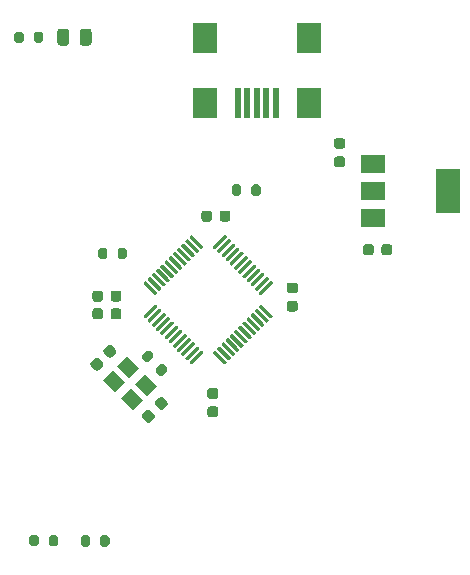
<source format=gbr>
%TF.GenerationSoftware,KiCad,Pcbnew,(5.1.10)-1*%
%TF.CreationDate,2021-07-29T02:28:10+01:00*%
%TF.ProjectId,STM32_MSB,53544d33-325f-44d5-9342-2e6b69636164,rev?*%
%TF.SameCoordinates,Original*%
%TF.FileFunction,Paste,Top*%
%TF.FilePolarity,Positive*%
%FSLAX46Y46*%
G04 Gerber Fmt 4.6, Leading zero omitted, Abs format (unit mm)*
G04 Created by KiCad (PCBNEW (5.1.10)-1) date 2021-07-29 02:28:10*
%MOMM*%
%LPD*%
G01*
G04 APERTURE LIST*
%ADD10R,2.000000X2.500000*%
%ADD11R,0.500000X2.500000*%
%ADD12R,2.000000X3.800000*%
%ADD13R,2.000000X1.500000*%
%ADD14C,0.100000*%
G04 APERTURE END LIST*
D10*
%TO.C,J1*%
X52400000Y-18600000D03*
X43600000Y-18600000D03*
X52400000Y-24100000D03*
X43600000Y-24100000D03*
D11*
X49600000Y-24100000D03*
X48800000Y-24100000D03*
X48000000Y-24100000D03*
X47200000Y-24100000D03*
X46400000Y-24100000D03*
%TD*%
%TO.C,C1*%
G36*
G01*
X55250000Y-29500000D02*
X54750000Y-29500000D01*
G75*
G02*
X54525000Y-29275000I0J225000D01*
G01*
X54525000Y-28825000D01*
G75*
G02*
X54750000Y-28600000I225000J0D01*
G01*
X55250000Y-28600000D01*
G75*
G02*
X55475000Y-28825000I0J-225000D01*
G01*
X55475000Y-29275000D01*
G75*
G02*
X55250000Y-29500000I-225000J0D01*
G01*
G37*
G36*
G01*
X55250000Y-27950000D02*
X54750000Y-27950000D01*
G75*
G02*
X54525000Y-27725000I0J225000D01*
G01*
X54525000Y-27275000D01*
G75*
G02*
X54750000Y-27050000I225000J0D01*
G01*
X55250000Y-27050000D01*
G75*
G02*
X55475000Y-27275000I0J-225000D01*
G01*
X55475000Y-27725000D01*
G75*
G02*
X55250000Y-27950000I-225000J0D01*
G01*
G37*
%TD*%
%TO.C,C2*%
G36*
G01*
X58550000Y-36750000D02*
X58550000Y-36250000D01*
G75*
G02*
X58775000Y-36025000I225000J0D01*
G01*
X59225000Y-36025000D01*
G75*
G02*
X59450000Y-36250000I0J-225000D01*
G01*
X59450000Y-36750000D01*
G75*
G02*
X59225000Y-36975000I-225000J0D01*
G01*
X58775000Y-36975000D01*
G75*
G02*
X58550000Y-36750000I0J225000D01*
G01*
G37*
G36*
G01*
X57000000Y-36750000D02*
X57000000Y-36250000D01*
G75*
G02*
X57225000Y-36025000I225000J0D01*
G01*
X57675000Y-36025000D01*
G75*
G02*
X57900000Y-36250000I0J-225000D01*
G01*
X57900000Y-36750000D01*
G75*
G02*
X57675000Y-36975000I-225000J0D01*
G01*
X57225000Y-36975000D01*
G75*
G02*
X57000000Y-36750000I0J225000D01*
G01*
G37*
%TD*%
%TO.C,C3*%
G36*
G01*
X34975000Y-40175000D02*
X34975000Y-40675000D01*
G75*
G02*
X34750000Y-40900000I-225000J0D01*
G01*
X34300000Y-40900000D01*
G75*
G02*
X34075000Y-40675000I0J225000D01*
G01*
X34075000Y-40175000D01*
G75*
G02*
X34300000Y-39950000I225000J0D01*
G01*
X34750000Y-39950000D01*
G75*
G02*
X34975000Y-40175000I0J-225000D01*
G01*
G37*
G36*
G01*
X36525000Y-40175000D02*
X36525000Y-40675000D01*
G75*
G02*
X36300000Y-40900000I-225000J0D01*
G01*
X35850000Y-40900000D01*
G75*
G02*
X35625000Y-40675000I0J225000D01*
G01*
X35625000Y-40175000D01*
G75*
G02*
X35850000Y-39950000I225000J0D01*
G01*
X36300000Y-39950000D01*
G75*
G02*
X36525000Y-40175000I0J-225000D01*
G01*
G37*
%TD*%
%TO.C,C4*%
G36*
G01*
X36525000Y-41675000D02*
X36525000Y-42175000D01*
G75*
G02*
X36300000Y-42400000I-225000J0D01*
G01*
X35850000Y-42400000D01*
G75*
G02*
X35625000Y-42175000I0J225000D01*
G01*
X35625000Y-41675000D01*
G75*
G02*
X35850000Y-41450000I225000J0D01*
G01*
X36300000Y-41450000D01*
G75*
G02*
X36525000Y-41675000I0J-225000D01*
G01*
G37*
G36*
G01*
X34975000Y-41675000D02*
X34975000Y-42175000D01*
G75*
G02*
X34750000Y-42400000I-225000J0D01*
G01*
X34300000Y-42400000D01*
G75*
G02*
X34075000Y-42175000I0J225000D01*
G01*
X34075000Y-41675000D01*
G75*
G02*
X34300000Y-41450000I225000J0D01*
G01*
X34750000Y-41450000D01*
G75*
G02*
X34975000Y-41675000I0J-225000D01*
G01*
G37*
%TD*%
%TO.C,C5*%
G36*
G01*
X51250000Y-40175000D02*
X50750000Y-40175000D01*
G75*
G02*
X50525000Y-39950000I0J225000D01*
G01*
X50525000Y-39500000D01*
G75*
G02*
X50750000Y-39275000I225000J0D01*
G01*
X51250000Y-39275000D01*
G75*
G02*
X51475000Y-39500000I0J-225000D01*
G01*
X51475000Y-39950000D01*
G75*
G02*
X51250000Y-40175000I-225000J0D01*
G01*
G37*
G36*
G01*
X51250000Y-41725000D02*
X50750000Y-41725000D01*
G75*
G02*
X50525000Y-41500000I0J225000D01*
G01*
X50525000Y-41050000D01*
G75*
G02*
X50750000Y-40825000I225000J0D01*
G01*
X51250000Y-40825000D01*
G75*
G02*
X51475000Y-41050000I0J-225000D01*
G01*
X51475000Y-41500000D01*
G75*
G02*
X51250000Y-41725000I-225000J0D01*
G01*
G37*
%TD*%
%TO.C,C6*%
G36*
G01*
X45751200Y-33405000D02*
X45751200Y-33905000D01*
G75*
G02*
X45526200Y-34130000I-225000J0D01*
G01*
X45076200Y-34130000D01*
G75*
G02*
X44851200Y-33905000I0J225000D01*
G01*
X44851200Y-33405000D01*
G75*
G02*
X45076200Y-33180000I225000J0D01*
G01*
X45526200Y-33180000D01*
G75*
G02*
X45751200Y-33405000I0J-225000D01*
G01*
G37*
G36*
G01*
X44201200Y-33405000D02*
X44201200Y-33905000D01*
G75*
G02*
X43976200Y-34130000I-225000J0D01*
G01*
X43526200Y-34130000D01*
G75*
G02*
X43301200Y-33905000I0J225000D01*
G01*
X43301200Y-33405000D01*
G75*
G02*
X43526200Y-33180000I225000J0D01*
G01*
X43976200Y-33180000D01*
G75*
G02*
X44201200Y-33405000I0J-225000D01*
G01*
G37*
%TD*%
%TO.C,C7*%
G36*
G01*
X44022200Y-49765800D02*
X44522200Y-49765800D01*
G75*
G02*
X44747200Y-49990800I0J-225000D01*
G01*
X44747200Y-50440800D01*
G75*
G02*
X44522200Y-50665800I-225000J0D01*
G01*
X44022200Y-50665800D01*
G75*
G02*
X43797200Y-50440800I0J225000D01*
G01*
X43797200Y-49990800D01*
G75*
G02*
X44022200Y-49765800I225000J0D01*
G01*
G37*
G36*
G01*
X44022200Y-48215800D02*
X44522200Y-48215800D01*
G75*
G02*
X44747200Y-48440800I0J-225000D01*
G01*
X44747200Y-48890800D01*
G75*
G02*
X44522200Y-49115800I-225000J0D01*
G01*
X44022200Y-49115800D01*
G75*
G02*
X43797200Y-48890800I0J225000D01*
G01*
X43797200Y-48440800D01*
G75*
G02*
X44022200Y-48215800I225000J0D01*
G01*
G37*
%TD*%
%TO.C,C8*%
G36*
G01*
X34311771Y-46686783D02*
X33958217Y-46333229D01*
G75*
G02*
X33958217Y-46015031I159099J159099D01*
G01*
X34276415Y-45696833D01*
G75*
G02*
X34594613Y-45696833I159099J-159099D01*
G01*
X34948167Y-46050387D01*
G75*
G02*
X34948167Y-46368585I-159099J-159099D01*
G01*
X34629969Y-46686783D01*
G75*
G02*
X34311771Y-46686783I-159099J159099D01*
G01*
G37*
G36*
G01*
X35407787Y-45590767D02*
X35054233Y-45237213D01*
G75*
G02*
X35054233Y-44919015I159099J159099D01*
G01*
X35372431Y-44600817D01*
G75*
G02*
X35690629Y-44600817I159099J-159099D01*
G01*
X36044183Y-44954371D01*
G75*
G02*
X36044183Y-45272569I-159099J-159099D01*
G01*
X35725985Y-45590767D01*
G75*
G02*
X35407787Y-45590767I-159099J159099D01*
G01*
G37*
%TD*%
%TO.C,C9*%
G36*
G01*
X38672911Y-51102624D02*
X38319357Y-50749070D01*
G75*
G02*
X38319357Y-50430872I159099J159099D01*
G01*
X38637555Y-50112674D01*
G75*
G02*
X38955753Y-50112674I159099J-159099D01*
G01*
X39309307Y-50466228D01*
G75*
G02*
X39309307Y-50784426I-159099J-159099D01*
G01*
X38991109Y-51102624D01*
G75*
G02*
X38672911Y-51102624I-159099J159099D01*
G01*
G37*
G36*
G01*
X39768927Y-50006608D02*
X39415373Y-49653054D01*
G75*
G02*
X39415373Y-49334856I159099J159099D01*
G01*
X39733571Y-49016658D01*
G75*
G02*
X40051769Y-49016658I159099J-159099D01*
G01*
X40405323Y-49370212D01*
G75*
G02*
X40405323Y-49688410I-159099J-159099D01*
G01*
X40087125Y-50006608D01*
G75*
G02*
X39768927Y-50006608I-159099J159099D01*
G01*
G37*
%TD*%
%TO.C,D1*%
G36*
G01*
X31100000Y-18975000D02*
X31100000Y-18025000D01*
G75*
G02*
X31350000Y-17775000I250000J0D01*
G01*
X31850000Y-17775000D01*
G75*
G02*
X32100000Y-18025000I0J-250000D01*
G01*
X32100000Y-18975000D01*
G75*
G02*
X31850000Y-19225000I-250000J0D01*
G01*
X31350000Y-19225000D01*
G75*
G02*
X31100000Y-18975000I0J250000D01*
G01*
G37*
G36*
G01*
X33000000Y-18975000D02*
X33000000Y-18025000D01*
G75*
G02*
X33250000Y-17775000I250000J0D01*
G01*
X33750000Y-17775000D01*
G75*
G02*
X34000000Y-18025000I0J-250000D01*
G01*
X34000000Y-18975000D01*
G75*
G02*
X33750000Y-19225000I-250000J0D01*
G01*
X33250000Y-19225000D01*
G75*
G02*
X33000000Y-18975000I0J250000D01*
G01*
G37*
%TD*%
%TO.C,R1*%
G36*
G01*
X47529800Y-31720200D02*
X47529800Y-31170200D01*
G75*
G02*
X47729800Y-30970200I200000J0D01*
G01*
X48129800Y-30970200D01*
G75*
G02*
X48329800Y-31170200I0J-200000D01*
G01*
X48329800Y-31720200D01*
G75*
G02*
X48129800Y-31920200I-200000J0D01*
G01*
X47729800Y-31920200D01*
G75*
G02*
X47529800Y-31720200I0J200000D01*
G01*
G37*
G36*
G01*
X45879800Y-31720200D02*
X45879800Y-31170200D01*
G75*
G02*
X46079800Y-30970200I200000J0D01*
G01*
X46479800Y-30970200D01*
G75*
G02*
X46679800Y-31170200I0J-200000D01*
G01*
X46679800Y-31720200D01*
G75*
G02*
X46479800Y-31920200I-200000J0D01*
G01*
X46079800Y-31920200D01*
G75*
G02*
X45879800Y-31720200I0J200000D01*
G01*
G37*
%TD*%
%TO.C,R2*%
G36*
G01*
X29900000Y-18225000D02*
X29900000Y-18775000D01*
G75*
G02*
X29700000Y-18975000I-200000J0D01*
G01*
X29300000Y-18975000D01*
G75*
G02*
X29100000Y-18775000I0J200000D01*
G01*
X29100000Y-18225000D01*
G75*
G02*
X29300000Y-18025000I200000J0D01*
G01*
X29700000Y-18025000D01*
G75*
G02*
X29900000Y-18225000I0J-200000D01*
G01*
G37*
G36*
G01*
X28250000Y-18225000D02*
X28250000Y-18775000D01*
G75*
G02*
X28050000Y-18975000I-200000J0D01*
G01*
X27650000Y-18975000D01*
G75*
G02*
X27450000Y-18775000I0J200000D01*
G01*
X27450000Y-18225000D01*
G75*
G02*
X27650000Y-18025000I200000J0D01*
G01*
X28050000Y-18025000D01*
G75*
G02*
X28250000Y-18225000I0J-200000D01*
G01*
G37*
%TD*%
%TO.C,R3*%
G36*
G01*
X37001400Y-36555000D02*
X37001400Y-37105000D01*
G75*
G02*
X36801400Y-37305000I-200000J0D01*
G01*
X36401400Y-37305000D01*
G75*
G02*
X36201400Y-37105000I0J200000D01*
G01*
X36201400Y-36555000D01*
G75*
G02*
X36401400Y-36355000I200000J0D01*
G01*
X36801400Y-36355000D01*
G75*
G02*
X37001400Y-36555000I0J-200000D01*
G01*
G37*
G36*
G01*
X35351400Y-36555000D02*
X35351400Y-37105000D01*
G75*
G02*
X35151400Y-37305000I-200000J0D01*
G01*
X34751400Y-37305000D01*
G75*
G02*
X34551400Y-37105000I0J200000D01*
G01*
X34551400Y-36555000D01*
G75*
G02*
X34751400Y-36355000I200000J0D01*
G01*
X35151400Y-36355000D01*
G75*
G02*
X35351400Y-36555000I0J-200000D01*
G01*
G37*
%TD*%
%TO.C,R4*%
G36*
G01*
X39433051Y-46594818D02*
X39821960Y-46205909D01*
G75*
G02*
X40104802Y-46205909I141421J-141421D01*
G01*
X40387645Y-46488752D01*
G75*
G02*
X40387645Y-46771594I-141421J-141421D01*
G01*
X39998736Y-47160503D01*
G75*
G02*
X39715894Y-47160503I-141421J141421D01*
G01*
X39433051Y-46877660D01*
G75*
G02*
X39433051Y-46594818I141421J141421D01*
G01*
G37*
G36*
G01*
X38266325Y-45428092D02*
X38655234Y-45039183D01*
G75*
G02*
X38938076Y-45039183I141421J-141421D01*
G01*
X39220919Y-45322026D01*
G75*
G02*
X39220919Y-45604868I-141421J-141421D01*
G01*
X38832010Y-45993777D01*
G75*
G02*
X38549168Y-45993777I-141421J141421D01*
G01*
X38266325Y-45710934D01*
G75*
G02*
X38266325Y-45428092I141421J141421D01*
G01*
G37*
%TD*%
%TO.C,R5*%
G36*
G01*
X28725000Y-61400000D02*
X28725000Y-60850000D01*
G75*
G02*
X28925000Y-60650000I200000J0D01*
G01*
X29325000Y-60650000D01*
G75*
G02*
X29525000Y-60850000I0J-200000D01*
G01*
X29525000Y-61400000D01*
G75*
G02*
X29325000Y-61600000I-200000J0D01*
G01*
X28925000Y-61600000D01*
G75*
G02*
X28725000Y-61400000I0J200000D01*
G01*
G37*
G36*
G01*
X30375000Y-61400000D02*
X30375000Y-60850000D01*
G75*
G02*
X30575000Y-60650000I200000J0D01*
G01*
X30975000Y-60650000D01*
G75*
G02*
X31175000Y-60850000I0J-200000D01*
G01*
X31175000Y-61400000D01*
G75*
G02*
X30975000Y-61600000I-200000J0D01*
G01*
X30575000Y-61600000D01*
G75*
G02*
X30375000Y-61400000I0J200000D01*
G01*
G37*
%TD*%
%TO.C,R6*%
G36*
G01*
X33875000Y-60875000D02*
X33875000Y-61425000D01*
G75*
G02*
X33675000Y-61625000I-200000J0D01*
G01*
X33275000Y-61625000D01*
G75*
G02*
X33075000Y-61425000I0J200000D01*
G01*
X33075000Y-60875000D01*
G75*
G02*
X33275000Y-60675000I200000J0D01*
G01*
X33675000Y-60675000D01*
G75*
G02*
X33875000Y-60875000I0J-200000D01*
G01*
G37*
G36*
G01*
X35525000Y-60875000D02*
X35525000Y-61425000D01*
G75*
G02*
X35325000Y-61625000I-200000J0D01*
G01*
X34925000Y-61625000D01*
G75*
G02*
X34725000Y-61425000I0J200000D01*
G01*
X34725000Y-60875000D01*
G75*
G02*
X34925000Y-60675000I200000J0D01*
G01*
X35325000Y-60675000D01*
G75*
G02*
X35525000Y-60875000I0J-200000D01*
G01*
G37*
%TD*%
D12*
%TO.C,U1*%
X64150000Y-31500000D03*
D13*
X57850000Y-31500000D03*
X57850000Y-33800000D03*
X57850000Y-29200000D03*
%TD*%
%TO.C,U2*%
G36*
G01*
X38523557Y-42306757D02*
X38417491Y-42200691D01*
G75*
G02*
X38417491Y-42094625I53033J53033D01*
G01*
X39354407Y-41157709D01*
G75*
G02*
X39460473Y-41157709I53033J-53033D01*
G01*
X39566539Y-41263775D01*
G75*
G02*
X39566539Y-41369841I-53033J-53033D01*
G01*
X38629623Y-42306757D01*
G75*
G02*
X38523557Y-42306757I-53033J53033D01*
G01*
G37*
G36*
G01*
X38877111Y-42660311D02*
X38771045Y-42554245D01*
G75*
G02*
X38771045Y-42448179I53033J53033D01*
G01*
X39707961Y-41511263D01*
G75*
G02*
X39814027Y-41511263I53033J-53033D01*
G01*
X39920093Y-41617329D01*
G75*
G02*
X39920093Y-41723395I-53033J-53033D01*
G01*
X38983177Y-42660311D01*
G75*
G02*
X38877111Y-42660311I-53033J53033D01*
G01*
G37*
G36*
G01*
X39230664Y-43013864D02*
X39124598Y-42907798D01*
G75*
G02*
X39124598Y-42801732I53033J53033D01*
G01*
X40061514Y-41864816D01*
G75*
G02*
X40167580Y-41864816I53033J-53033D01*
G01*
X40273646Y-41970882D01*
G75*
G02*
X40273646Y-42076948I-53033J-53033D01*
G01*
X39336730Y-43013864D01*
G75*
G02*
X39230664Y-43013864I-53033J53033D01*
G01*
G37*
G36*
G01*
X39584218Y-43367418D02*
X39478152Y-43261352D01*
G75*
G02*
X39478152Y-43155286I53033J53033D01*
G01*
X40415068Y-42218370D01*
G75*
G02*
X40521134Y-42218370I53033J-53033D01*
G01*
X40627200Y-42324436D01*
G75*
G02*
X40627200Y-42430502I-53033J-53033D01*
G01*
X39690284Y-43367418D01*
G75*
G02*
X39584218Y-43367418I-53033J53033D01*
G01*
G37*
G36*
G01*
X39937771Y-43720971D02*
X39831705Y-43614905D01*
G75*
G02*
X39831705Y-43508839I53033J53033D01*
G01*
X40768621Y-42571923D01*
G75*
G02*
X40874687Y-42571923I53033J-53033D01*
G01*
X40980753Y-42677989D01*
G75*
G02*
X40980753Y-42784055I-53033J-53033D01*
G01*
X40043837Y-43720971D01*
G75*
G02*
X39937771Y-43720971I-53033J53033D01*
G01*
G37*
G36*
G01*
X40291324Y-44074524D02*
X40185258Y-43968458D01*
G75*
G02*
X40185258Y-43862392I53033J53033D01*
G01*
X41122174Y-42925476D01*
G75*
G02*
X41228240Y-42925476I53033J-53033D01*
G01*
X41334306Y-43031542D01*
G75*
G02*
X41334306Y-43137608I-53033J-53033D01*
G01*
X40397390Y-44074524D01*
G75*
G02*
X40291324Y-44074524I-53033J53033D01*
G01*
G37*
G36*
G01*
X40644878Y-44428078D02*
X40538812Y-44322012D01*
G75*
G02*
X40538812Y-44215946I53033J53033D01*
G01*
X41475728Y-43279030D01*
G75*
G02*
X41581794Y-43279030I53033J-53033D01*
G01*
X41687860Y-43385096D01*
G75*
G02*
X41687860Y-43491162I-53033J-53033D01*
G01*
X40750944Y-44428078D01*
G75*
G02*
X40644878Y-44428078I-53033J53033D01*
G01*
G37*
G36*
G01*
X40998431Y-44781631D02*
X40892365Y-44675565D01*
G75*
G02*
X40892365Y-44569499I53033J53033D01*
G01*
X41829281Y-43632583D01*
G75*
G02*
X41935347Y-43632583I53033J-53033D01*
G01*
X42041413Y-43738649D01*
G75*
G02*
X42041413Y-43844715I-53033J-53033D01*
G01*
X41104497Y-44781631D01*
G75*
G02*
X40998431Y-44781631I-53033J53033D01*
G01*
G37*
G36*
G01*
X41351984Y-45135184D02*
X41245918Y-45029118D01*
G75*
G02*
X41245918Y-44923052I53033J53033D01*
G01*
X42182834Y-43986136D01*
G75*
G02*
X42288900Y-43986136I53033J-53033D01*
G01*
X42394966Y-44092202D01*
G75*
G02*
X42394966Y-44198268I-53033J-53033D01*
G01*
X41458050Y-45135184D01*
G75*
G02*
X41351984Y-45135184I-53033J53033D01*
G01*
G37*
G36*
G01*
X41705538Y-45488738D02*
X41599472Y-45382672D01*
G75*
G02*
X41599472Y-45276606I53033J53033D01*
G01*
X42536388Y-44339690D01*
G75*
G02*
X42642454Y-44339690I53033J-53033D01*
G01*
X42748520Y-44445756D01*
G75*
G02*
X42748520Y-44551822I-53033J-53033D01*
G01*
X41811604Y-45488738D01*
G75*
G02*
X41705538Y-45488738I-53033J53033D01*
G01*
G37*
G36*
G01*
X42059091Y-45842291D02*
X41953025Y-45736225D01*
G75*
G02*
X41953025Y-45630159I53033J53033D01*
G01*
X42889941Y-44693243D01*
G75*
G02*
X42996007Y-44693243I53033J-53033D01*
G01*
X43102073Y-44799309D01*
G75*
G02*
X43102073Y-44905375I-53033J-53033D01*
G01*
X42165157Y-45842291D01*
G75*
G02*
X42059091Y-45842291I-53033J53033D01*
G01*
G37*
G36*
G01*
X42412645Y-46195845D02*
X42306579Y-46089779D01*
G75*
G02*
X42306579Y-45983713I53033J53033D01*
G01*
X43243495Y-45046797D01*
G75*
G02*
X43349561Y-45046797I53033J-53033D01*
G01*
X43455627Y-45152863D01*
G75*
G02*
X43455627Y-45258929I-53033J-53033D01*
G01*
X42518711Y-46195845D01*
G75*
G02*
X42412645Y-46195845I-53033J53033D01*
G01*
G37*
G36*
G01*
X45241071Y-46195845D02*
X44304155Y-45258929D01*
G75*
G02*
X44304155Y-45152863I53033J53033D01*
G01*
X44410221Y-45046797D01*
G75*
G02*
X44516287Y-45046797I53033J-53033D01*
G01*
X45453203Y-45983713D01*
G75*
G02*
X45453203Y-46089779I-53033J-53033D01*
G01*
X45347137Y-46195845D01*
G75*
G02*
X45241071Y-46195845I-53033J53033D01*
G01*
G37*
G36*
G01*
X45594625Y-45842291D02*
X44657709Y-44905375D01*
G75*
G02*
X44657709Y-44799309I53033J53033D01*
G01*
X44763775Y-44693243D01*
G75*
G02*
X44869841Y-44693243I53033J-53033D01*
G01*
X45806757Y-45630159D01*
G75*
G02*
X45806757Y-45736225I-53033J-53033D01*
G01*
X45700691Y-45842291D01*
G75*
G02*
X45594625Y-45842291I-53033J53033D01*
G01*
G37*
G36*
G01*
X45948178Y-45488738D02*
X45011262Y-44551822D01*
G75*
G02*
X45011262Y-44445756I53033J53033D01*
G01*
X45117328Y-44339690D01*
G75*
G02*
X45223394Y-44339690I53033J-53033D01*
G01*
X46160310Y-45276606D01*
G75*
G02*
X46160310Y-45382672I-53033J-53033D01*
G01*
X46054244Y-45488738D01*
G75*
G02*
X45948178Y-45488738I-53033J53033D01*
G01*
G37*
G36*
G01*
X46301732Y-45135184D02*
X45364816Y-44198268D01*
G75*
G02*
X45364816Y-44092202I53033J53033D01*
G01*
X45470882Y-43986136D01*
G75*
G02*
X45576948Y-43986136I53033J-53033D01*
G01*
X46513864Y-44923052D01*
G75*
G02*
X46513864Y-45029118I-53033J-53033D01*
G01*
X46407798Y-45135184D01*
G75*
G02*
X46301732Y-45135184I-53033J53033D01*
G01*
G37*
G36*
G01*
X46655285Y-44781631D02*
X45718369Y-43844715D01*
G75*
G02*
X45718369Y-43738649I53033J53033D01*
G01*
X45824435Y-43632583D01*
G75*
G02*
X45930501Y-43632583I53033J-53033D01*
G01*
X46867417Y-44569499D01*
G75*
G02*
X46867417Y-44675565I-53033J-53033D01*
G01*
X46761351Y-44781631D01*
G75*
G02*
X46655285Y-44781631I-53033J53033D01*
G01*
G37*
G36*
G01*
X47008838Y-44428078D02*
X46071922Y-43491162D01*
G75*
G02*
X46071922Y-43385096I53033J53033D01*
G01*
X46177988Y-43279030D01*
G75*
G02*
X46284054Y-43279030I53033J-53033D01*
G01*
X47220970Y-44215946D01*
G75*
G02*
X47220970Y-44322012I-53033J-53033D01*
G01*
X47114904Y-44428078D01*
G75*
G02*
X47008838Y-44428078I-53033J53033D01*
G01*
G37*
G36*
G01*
X47362392Y-44074524D02*
X46425476Y-43137608D01*
G75*
G02*
X46425476Y-43031542I53033J53033D01*
G01*
X46531542Y-42925476D01*
G75*
G02*
X46637608Y-42925476I53033J-53033D01*
G01*
X47574524Y-43862392D01*
G75*
G02*
X47574524Y-43968458I-53033J-53033D01*
G01*
X47468458Y-44074524D01*
G75*
G02*
X47362392Y-44074524I-53033J53033D01*
G01*
G37*
G36*
G01*
X47715945Y-43720971D02*
X46779029Y-42784055D01*
G75*
G02*
X46779029Y-42677989I53033J53033D01*
G01*
X46885095Y-42571923D01*
G75*
G02*
X46991161Y-42571923I53033J-53033D01*
G01*
X47928077Y-43508839D01*
G75*
G02*
X47928077Y-43614905I-53033J-53033D01*
G01*
X47822011Y-43720971D01*
G75*
G02*
X47715945Y-43720971I-53033J53033D01*
G01*
G37*
G36*
G01*
X48069498Y-43367418D02*
X47132582Y-42430502D01*
G75*
G02*
X47132582Y-42324436I53033J53033D01*
G01*
X47238648Y-42218370D01*
G75*
G02*
X47344714Y-42218370I53033J-53033D01*
G01*
X48281630Y-43155286D01*
G75*
G02*
X48281630Y-43261352I-53033J-53033D01*
G01*
X48175564Y-43367418D01*
G75*
G02*
X48069498Y-43367418I-53033J53033D01*
G01*
G37*
G36*
G01*
X48423052Y-43013864D02*
X47486136Y-42076948D01*
G75*
G02*
X47486136Y-41970882I53033J53033D01*
G01*
X47592202Y-41864816D01*
G75*
G02*
X47698268Y-41864816I53033J-53033D01*
G01*
X48635184Y-42801732D01*
G75*
G02*
X48635184Y-42907798I-53033J-53033D01*
G01*
X48529118Y-43013864D01*
G75*
G02*
X48423052Y-43013864I-53033J53033D01*
G01*
G37*
G36*
G01*
X48776605Y-42660311D02*
X47839689Y-41723395D01*
G75*
G02*
X47839689Y-41617329I53033J53033D01*
G01*
X47945755Y-41511263D01*
G75*
G02*
X48051821Y-41511263I53033J-53033D01*
G01*
X48988737Y-42448179D01*
G75*
G02*
X48988737Y-42554245I-53033J-53033D01*
G01*
X48882671Y-42660311D01*
G75*
G02*
X48776605Y-42660311I-53033J53033D01*
G01*
G37*
G36*
G01*
X49130159Y-42306757D02*
X48193243Y-41369841D01*
G75*
G02*
X48193243Y-41263775I53033J53033D01*
G01*
X48299309Y-41157709D01*
G75*
G02*
X48405375Y-41157709I53033J-53033D01*
G01*
X49342291Y-42094625D01*
G75*
G02*
X49342291Y-42200691I-53033J-53033D01*
G01*
X49236225Y-42306757D01*
G75*
G02*
X49130159Y-42306757I-53033J53033D01*
G01*
G37*
G36*
G01*
X48299309Y-40309181D02*
X48193243Y-40203115D01*
G75*
G02*
X48193243Y-40097049I53033J53033D01*
G01*
X49130159Y-39160133D01*
G75*
G02*
X49236225Y-39160133I53033J-53033D01*
G01*
X49342291Y-39266199D01*
G75*
G02*
X49342291Y-39372265I-53033J-53033D01*
G01*
X48405375Y-40309181D01*
G75*
G02*
X48299309Y-40309181I-53033J53033D01*
G01*
G37*
G36*
G01*
X47945755Y-39955627D02*
X47839689Y-39849561D01*
G75*
G02*
X47839689Y-39743495I53033J53033D01*
G01*
X48776605Y-38806579D01*
G75*
G02*
X48882671Y-38806579I53033J-53033D01*
G01*
X48988737Y-38912645D01*
G75*
G02*
X48988737Y-39018711I-53033J-53033D01*
G01*
X48051821Y-39955627D01*
G75*
G02*
X47945755Y-39955627I-53033J53033D01*
G01*
G37*
G36*
G01*
X47592202Y-39602074D02*
X47486136Y-39496008D01*
G75*
G02*
X47486136Y-39389942I53033J53033D01*
G01*
X48423052Y-38453026D01*
G75*
G02*
X48529118Y-38453026I53033J-53033D01*
G01*
X48635184Y-38559092D01*
G75*
G02*
X48635184Y-38665158I-53033J-53033D01*
G01*
X47698268Y-39602074D01*
G75*
G02*
X47592202Y-39602074I-53033J53033D01*
G01*
G37*
G36*
G01*
X47238648Y-39248520D02*
X47132582Y-39142454D01*
G75*
G02*
X47132582Y-39036388I53033J53033D01*
G01*
X48069498Y-38099472D01*
G75*
G02*
X48175564Y-38099472I53033J-53033D01*
G01*
X48281630Y-38205538D01*
G75*
G02*
X48281630Y-38311604I-53033J-53033D01*
G01*
X47344714Y-39248520D01*
G75*
G02*
X47238648Y-39248520I-53033J53033D01*
G01*
G37*
G36*
G01*
X46885095Y-38894967D02*
X46779029Y-38788901D01*
G75*
G02*
X46779029Y-38682835I53033J53033D01*
G01*
X47715945Y-37745919D01*
G75*
G02*
X47822011Y-37745919I53033J-53033D01*
G01*
X47928077Y-37851985D01*
G75*
G02*
X47928077Y-37958051I-53033J-53033D01*
G01*
X46991161Y-38894967D01*
G75*
G02*
X46885095Y-38894967I-53033J53033D01*
G01*
G37*
G36*
G01*
X46531542Y-38541414D02*
X46425476Y-38435348D01*
G75*
G02*
X46425476Y-38329282I53033J53033D01*
G01*
X47362392Y-37392366D01*
G75*
G02*
X47468458Y-37392366I53033J-53033D01*
G01*
X47574524Y-37498432D01*
G75*
G02*
X47574524Y-37604498I-53033J-53033D01*
G01*
X46637608Y-38541414D01*
G75*
G02*
X46531542Y-38541414I-53033J53033D01*
G01*
G37*
G36*
G01*
X46177988Y-38187860D02*
X46071922Y-38081794D01*
G75*
G02*
X46071922Y-37975728I53033J53033D01*
G01*
X47008838Y-37038812D01*
G75*
G02*
X47114904Y-37038812I53033J-53033D01*
G01*
X47220970Y-37144878D01*
G75*
G02*
X47220970Y-37250944I-53033J-53033D01*
G01*
X46284054Y-38187860D01*
G75*
G02*
X46177988Y-38187860I-53033J53033D01*
G01*
G37*
G36*
G01*
X45824435Y-37834307D02*
X45718369Y-37728241D01*
G75*
G02*
X45718369Y-37622175I53033J53033D01*
G01*
X46655285Y-36685259D01*
G75*
G02*
X46761351Y-36685259I53033J-53033D01*
G01*
X46867417Y-36791325D01*
G75*
G02*
X46867417Y-36897391I-53033J-53033D01*
G01*
X45930501Y-37834307D01*
G75*
G02*
X45824435Y-37834307I-53033J53033D01*
G01*
G37*
G36*
G01*
X45470882Y-37480754D02*
X45364816Y-37374688D01*
G75*
G02*
X45364816Y-37268622I53033J53033D01*
G01*
X46301732Y-36331706D01*
G75*
G02*
X46407798Y-36331706I53033J-53033D01*
G01*
X46513864Y-36437772D01*
G75*
G02*
X46513864Y-36543838I-53033J-53033D01*
G01*
X45576948Y-37480754D01*
G75*
G02*
X45470882Y-37480754I-53033J53033D01*
G01*
G37*
G36*
G01*
X45117328Y-37127200D02*
X45011262Y-37021134D01*
G75*
G02*
X45011262Y-36915068I53033J53033D01*
G01*
X45948178Y-35978152D01*
G75*
G02*
X46054244Y-35978152I53033J-53033D01*
G01*
X46160310Y-36084218D01*
G75*
G02*
X46160310Y-36190284I-53033J-53033D01*
G01*
X45223394Y-37127200D01*
G75*
G02*
X45117328Y-37127200I-53033J53033D01*
G01*
G37*
G36*
G01*
X44763775Y-36773647D02*
X44657709Y-36667581D01*
G75*
G02*
X44657709Y-36561515I53033J53033D01*
G01*
X45594625Y-35624599D01*
G75*
G02*
X45700691Y-35624599I53033J-53033D01*
G01*
X45806757Y-35730665D01*
G75*
G02*
X45806757Y-35836731I-53033J-53033D01*
G01*
X44869841Y-36773647D01*
G75*
G02*
X44763775Y-36773647I-53033J53033D01*
G01*
G37*
G36*
G01*
X44410221Y-36420093D02*
X44304155Y-36314027D01*
G75*
G02*
X44304155Y-36207961I53033J53033D01*
G01*
X45241071Y-35271045D01*
G75*
G02*
X45347137Y-35271045I53033J-53033D01*
G01*
X45453203Y-35377111D01*
G75*
G02*
X45453203Y-35483177I-53033J-53033D01*
G01*
X44516287Y-36420093D01*
G75*
G02*
X44410221Y-36420093I-53033J53033D01*
G01*
G37*
G36*
G01*
X43243495Y-36420093D02*
X42306579Y-35483177D01*
G75*
G02*
X42306579Y-35377111I53033J53033D01*
G01*
X42412645Y-35271045D01*
G75*
G02*
X42518711Y-35271045I53033J-53033D01*
G01*
X43455627Y-36207961D01*
G75*
G02*
X43455627Y-36314027I-53033J-53033D01*
G01*
X43349561Y-36420093D01*
G75*
G02*
X43243495Y-36420093I-53033J53033D01*
G01*
G37*
G36*
G01*
X42889941Y-36773647D02*
X41953025Y-35836731D01*
G75*
G02*
X41953025Y-35730665I53033J53033D01*
G01*
X42059091Y-35624599D01*
G75*
G02*
X42165157Y-35624599I53033J-53033D01*
G01*
X43102073Y-36561515D01*
G75*
G02*
X43102073Y-36667581I-53033J-53033D01*
G01*
X42996007Y-36773647D01*
G75*
G02*
X42889941Y-36773647I-53033J53033D01*
G01*
G37*
G36*
G01*
X42536388Y-37127200D02*
X41599472Y-36190284D01*
G75*
G02*
X41599472Y-36084218I53033J53033D01*
G01*
X41705538Y-35978152D01*
G75*
G02*
X41811604Y-35978152I53033J-53033D01*
G01*
X42748520Y-36915068D01*
G75*
G02*
X42748520Y-37021134I-53033J-53033D01*
G01*
X42642454Y-37127200D01*
G75*
G02*
X42536388Y-37127200I-53033J53033D01*
G01*
G37*
G36*
G01*
X42182834Y-37480754D02*
X41245918Y-36543838D01*
G75*
G02*
X41245918Y-36437772I53033J53033D01*
G01*
X41351984Y-36331706D01*
G75*
G02*
X41458050Y-36331706I53033J-53033D01*
G01*
X42394966Y-37268622D01*
G75*
G02*
X42394966Y-37374688I-53033J-53033D01*
G01*
X42288900Y-37480754D01*
G75*
G02*
X42182834Y-37480754I-53033J53033D01*
G01*
G37*
G36*
G01*
X41829281Y-37834307D02*
X40892365Y-36897391D01*
G75*
G02*
X40892365Y-36791325I53033J53033D01*
G01*
X40998431Y-36685259D01*
G75*
G02*
X41104497Y-36685259I53033J-53033D01*
G01*
X42041413Y-37622175D01*
G75*
G02*
X42041413Y-37728241I-53033J-53033D01*
G01*
X41935347Y-37834307D01*
G75*
G02*
X41829281Y-37834307I-53033J53033D01*
G01*
G37*
G36*
G01*
X41475728Y-38187860D02*
X40538812Y-37250944D01*
G75*
G02*
X40538812Y-37144878I53033J53033D01*
G01*
X40644878Y-37038812D01*
G75*
G02*
X40750944Y-37038812I53033J-53033D01*
G01*
X41687860Y-37975728D01*
G75*
G02*
X41687860Y-38081794I-53033J-53033D01*
G01*
X41581794Y-38187860D01*
G75*
G02*
X41475728Y-38187860I-53033J53033D01*
G01*
G37*
G36*
G01*
X41122174Y-38541414D02*
X40185258Y-37604498D01*
G75*
G02*
X40185258Y-37498432I53033J53033D01*
G01*
X40291324Y-37392366D01*
G75*
G02*
X40397390Y-37392366I53033J-53033D01*
G01*
X41334306Y-38329282D01*
G75*
G02*
X41334306Y-38435348I-53033J-53033D01*
G01*
X41228240Y-38541414D01*
G75*
G02*
X41122174Y-38541414I-53033J53033D01*
G01*
G37*
G36*
G01*
X40768621Y-38894967D02*
X39831705Y-37958051D01*
G75*
G02*
X39831705Y-37851985I53033J53033D01*
G01*
X39937771Y-37745919D01*
G75*
G02*
X40043837Y-37745919I53033J-53033D01*
G01*
X40980753Y-38682835D01*
G75*
G02*
X40980753Y-38788901I-53033J-53033D01*
G01*
X40874687Y-38894967D01*
G75*
G02*
X40768621Y-38894967I-53033J53033D01*
G01*
G37*
G36*
G01*
X40415068Y-39248520D02*
X39478152Y-38311604D01*
G75*
G02*
X39478152Y-38205538I53033J53033D01*
G01*
X39584218Y-38099472D01*
G75*
G02*
X39690284Y-38099472I53033J-53033D01*
G01*
X40627200Y-39036388D01*
G75*
G02*
X40627200Y-39142454I-53033J-53033D01*
G01*
X40521134Y-39248520D01*
G75*
G02*
X40415068Y-39248520I-53033J53033D01*
G01*
G37*
G36*
G01*
X40061514Y-39602074D02*
X39124598Y-38665158D01*
G75*
G02*
X39124598Y-38559092I53033J53033D01*
G01*
X39230664Y-38453026D01*
G75*
G02*
X39336730Y-38453026I53033J-53033D01*
G01*
X40273646Y-39389942D01*
G75*
G02*
X40273646Y-39496008I-53033J-53033D01*
G01*
X40167580Y-39602074D01*
G75*
G02*
X40061514Y-39602074I-53033J53033D01*
G01*
G37*
G36*
G01*
X39707961Y-39955627D02*
X38771045Y-39018711D01*
G75*
G02*
X38771045Y-38912645I53033J53033D01*
G01*
X38877111Y-38806579D01*
G75*
G02*
X38983177Y-38806579I53033J-53033D01*
G01*
X39920093Y-39743495D01*
G75*
G02*
X39920093Y-39849561I-53033J-53033D01*
G01*
X39814027Y-39955627D01*
G75*
G02*
X39707961Y-39955627I-53033J53033D01*
G01*
G37*
G36*
G01*
X39354407Y-40309181D02*
X38417491Y-39372265D01*
G75*
G02*
X38417491Y-39266199I53033J53033D01*
G01*
X38523557Y-39160133D01*
G75*
G02*
X38629623Y-39160133I53033J-53033D01*
G01*
X39566539Y-40097049D01*
G75*
G02*
X39566539Y-40203115I-53033J-53033D01*
G01*
X39460473Y-40309181D01*
G75*
G02*
X39354407Y-40309181I-53033J53033D01*
G01*
G37*
%TD*%
D14*
%TO.C,Y1*%
G36*
X34960600Y-47531734D02*
G01*
X35809128Y-46683206D01*
X36799078Y-47673156D01*
X35950550Y-48521684D01*
X34960600Y-47531734D01*
G37*
G36*
X36516235Y-49087369D02*
G01*
X37364763Y-48238841D01*
X38354713Y-49228791D01*
X37506185Y-50077319D01*
X36516235Y-49087369D01*
G37*
G36*
X37718316Y-47885288D02*
G01*
X38566844Y-47036760D01*
X39556794Y-48026710D01*
X38708266Y-48875238D01*
X37718316Y-47885288D01*
G37*
G36*
X36162681Y-46329653D02*
G01*
X37011209Y-45481125D01*
X38001159Y-46471075D01*
X37152631Y-47319603D01*
X36162681Y-46329653D01*
G37*
%TD*%
M02*

</source>
